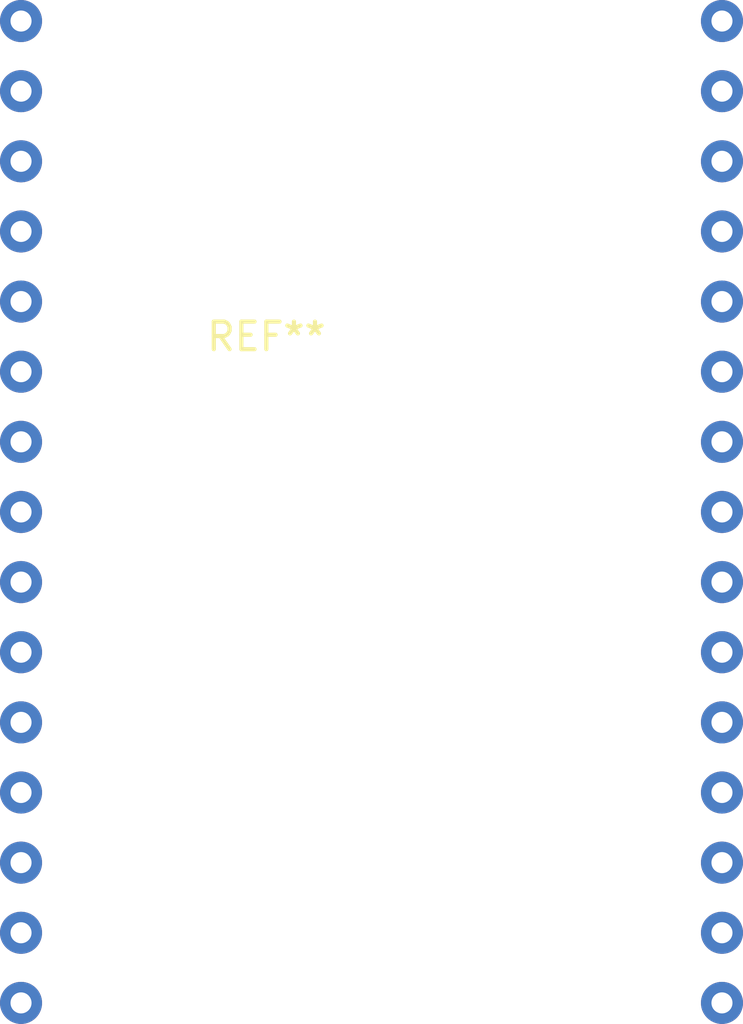
<source format=kicad_pcb>
(kicad_pcb (version 20171130) (host pcbnew "(5.1.6)-1")

  (general
    (thickness 1.6)
    (drawings 0)
    (tracks 0)
    (zones 0)
    (modules 1)
    (nets 1)
  )

  (page A4)
  (layers
    (0 F.Cu signal)
    (31 B.Cu signal)
    (32 B.Adhes user)
    (33 F.Adhes user)
    (34 B.Paste user)
    (35 F.Paste user)
    (36 B.SilkS user)
    (37 F.SilkS user)
    (38 B.Mask user)
    (39 F.Mask user)
    (40 Dwgs.User user)
    (41 Cmts.User user)
    (42 Eco1.User user)
    (43 Eco2.User user)
    (44 Edge.Cuts user)
    (45 Margin user)
    (46 B.CrtYd user)
    (47 F.CrtYd user)
    (48 B.Fab user)
    (49 F.Fab user)
  )

  (setup
    (last_trace_width 0.25)
    (trace_clearance 0.2)
    (zone_clearance 0.508)
    (zone_45_only no)
    (trace_min 0.2)
    (via_size 0.8)
    (via_drill 0.4)
    (via_min_size 0.4)
    (via_min_drill 0.3)
    (uvia_size 0.3)
    (uvia_drill 0.1)
    (uvias_allowed no)
    (uvia_min_size 0.2)
    (uvia_min_drill 0.1)
    (edge_width 0.05)
    (segment_width 0.2)
    (pcb_text_width 0.3)
    (pcb_text_size 1.5 1.5)
    (mod_edge_width 0.12)
    (mod_text_size 1 1)
    (mod_text_width 0.15)
    (pad_size 1.524 1.524)
    (pad_drill 0.762)
    (pad_to_mask_clearance 0.05)
    (aux_axis_origin 0 0)
    (visible_elements FFFFFF7F)
    (pcbplotparams
      (layerselection 0x010fc_ffffffff)
      (usegerberextensions false)
      (usegerberattributes true)
      (usegerberadvancedattributes true)
      (creategerberjobfile true)
      (excludeedgelayer true)
      (linewidth 0.100000)
      (plotframeref false)
      (viasonmask false)
      (mode 1)
      (useauxorigin false)
      (hpglpennumber 1)
      (hpglpenspeed 20)
      (hpglpendiameter 15.000000)
      (psnegative false)
      (psa4output false)
      (plotreference true)
      (plotvalue true)
      (plotinvisibletext false)
      (padsonsilk false)
      (subtractmaskfromsilk false)
      (outputformat 1)
      (mirror false)
      (drillshape 1)
      (scaleselection 1)
      (outputdirectory ""))
  )

  (net 0 "")

  (net_class Default "This is the default net class."
    (clearance 0.2)
    (trace_width 0.25)
    (via_dia 0.8)
    (via_drill 0.4)
    (uvia_dia 0.3)
    (uvia_drill 0.1)
  )

  (module ESP-WROOM-32-PCB (layer F.Cu) (tedit 5F6D0017) (tstamp 5F6D0832)
    (at 39.37 55.88)
    (fp_text reference REF** (at 5.08 -17.78) (layer F.SilkS)
      (effects (font (size 1 1) (thickness 0.15)))
    )
    (fp_text value ESP-WROOM-32-PCB (at 6.35 -13.97) (layer F.Fab)
      (effects (font (size 1 1) (thickness 0.15)))
    )
    (pad 1 thru_hole circle (at -3.81 -29.21) (size 1.524 1.524) (drill 0.762) (layers *.Cu *.Mask))
    (pad 2 thru_hole circle (at -3.81 -26.67) (size 1.524 1.524) (drill 0.762) (layers *.Cu *.Mask))
    (pad 3 thru_hole circle (at -3.81 -24.13) (size 1.524 1.524) (drill 0.762) (layers *.Cu *.Mask))
    (pad 4 thru_hole circle (at -3.81 -21.59) (size 1.524 1.524) (drill 0.762) (layers *.Cu *.Mask))
    (pad 5 thru_hole circle (at -3.81 -19.05) (size 1.524 1.524) (drill 0.762) (layers *.Cu *.Mask))
    (pad 6 thru_hole circle (at -3.81 -16.51) (size 1.524 1.524) (drill 0.762) (layers *.Cu *.Mask))
    (pad 7 thru_hole circle (at -3.81 -13.97) (size 1.524 1.524) (drill 0.762) (layers *.Cu *.Mask))
    (pad 8 thru_hole circle (at -3.81 -11.43) (size 1.524 1.524) (drill 0.762) (layers *.Cu *.Mask))
    (pad 9 thru_hole circle (at -3.81 -8.89) (size 1.524 1.524) (drill 0.762) (layers *.Cu *.Mask))
    (pad 10 thru_hole circle (at -3.81 -6.35) (size 1.524 1.524) (drill 0.762) (layers *.Cu *.Mask))
    (pad 11 thru_hole circle (at -3.81 -3.81) (size 1.524 1.524) (drill 0.762) (layers *.Cu *.Mask))
    (pad 12 thru_hole circle (at -3.81 -1.27) (size 1.524 1.524) (drill 0.762) (layers *.Cu *.Mask))
    (pad 13 thru_hole circle (at -3.81 1.27) (size 1.524 1.524) (drill 0.762) (layers *.Cu *.Mask))
    (pad 14 thru_hole circle (at -3.81 3.81) (size 1.524 1.524) (drill 0.762) (layers *.Cu *.Mask))
    (pad 15 thru_hole circle (at -3.81 6.35) (size 1.524 1.524) (drill 0.762) (layers *.Cu *.Mask))
    (pad 16 thru_hole circle (at 21.59 -29.21) (size 1.524 1.524) (drill 0.762) (layers *.Cu *.Mask))
    (pad 17 thru_hole circle (at 21.59 -26.67) (size 1.524 1.524) (drill 0.762) (layers *.Cu *.Mask))
    (pad 18 thru_hole circle (at 21.59 -24.13) (size 1.524 1.524) (drill 0.762) (layers *.Cu *.Mask))
    (pad 19 thru_hole circle (at 21.59 -21.59) (size 1.524 1.524) (drill 0.762) (layers *.Cu *.Mask))
    (pad 20 thru_hole circle (at 21.59 -19.05) (size 1.524 1.524) (drill 0.762) (layers *.Cu *.Mask))
    (pad 21 thru_hole circle (at 21.59 -16.51) (size 1.524 1.524) (drill 0.762) (layers *.Cu *.Mask))
    (pad 22 thru_hole circle (at 21.59 -13.97) (size 1.524 1.524) (drill 0.762) (layers *.Cu *.Mask))
    (pad 23 thru_hole circle (at 21.59 -11.43) (size 1.524 1.524) (drill 0.762) (layers *.Cu *.Mask))
    (pad 24 thru_hole circle (at 21.59 -8.89) (size 1.524 1.524) (drill 0.762) (layers *.Cu *.Mask))
    (pad 25 thru_hole circle (at 21.59 -6.35) (size 1.524 1.524) (drill 0.762) (layers *.Cu *.Mask))
    (pad 26 thru_hole circle (at 21.59 -3.81) (size 1.524 1.524) (drill 0.762) (layers *.Cu *.Mask))
    (pad 27 thru_hole circle (at 21.59 -1.27) (size 1.524 1.524) (drill 0.762) (layers *.Cu *.Mask))
    (pad 28 thru_hole circle (at 21.59 1.27) (size 1.524 1.524) (drill 0.762) (layers *.Cu *.Mask))
    (pad 29 thru_hole circle (at 21.59 3.81) (size 1.524 1.524) (drill 0.762) (layers *.Cu *.Mask))
    (pad 30 thru_hole circle (at 21.59 6.35) (size 1.524 1.524) (drill 0.762) (layers *.Cu *.Mask))
  )

)

</source>
